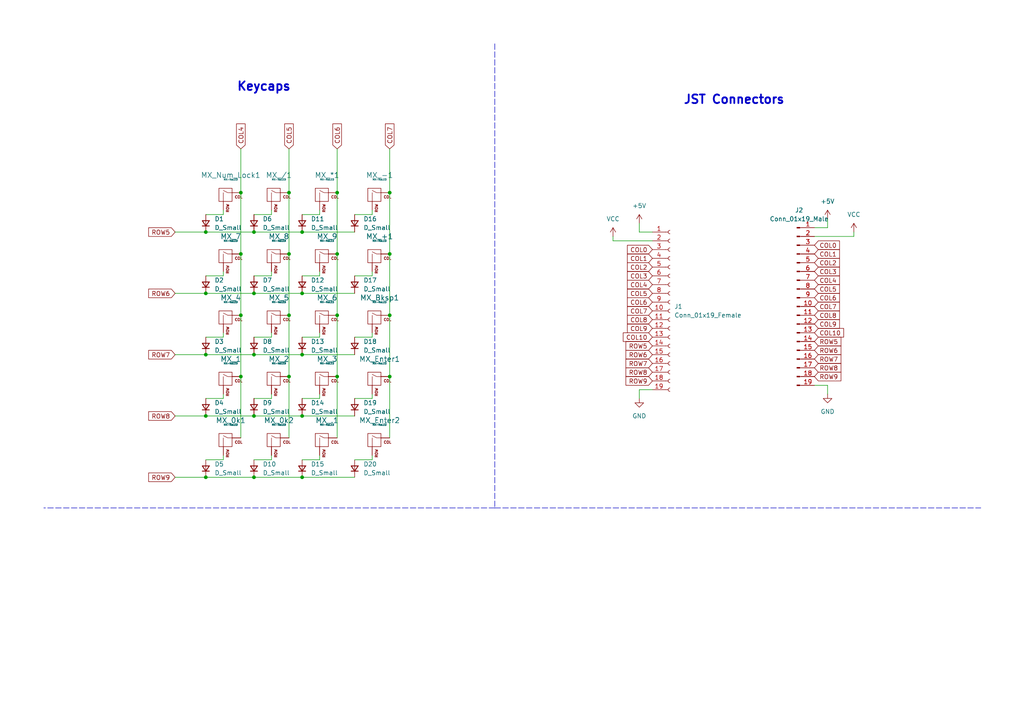
<source format=kicad_sch>
(kicad_sch (version 20211123) (generator eeschema)
  (paper "A4")
  (lib_symbols
    (symbol "Connector:Conn_01x19_Female" (pin_names (offset 1.016) hide)
      (property "Reference" "J" (at 0 25.4 0))
      (property "Value" "Conn_01x19_Female" (at 0 -25.4 0))
      (symbol "Conn_01x19_Female_1_1"
        (arc (start 0 -22.352) (mid -0.508 -22.86) (end 0 -23.368) (stroke (width 0.1524)))
        (arc (start 0 -19.812) (mid -0.508 -20.32) (end 0 -20.828) (stroke (width 0.1524)))
        (arc (start 0 -17.272) (mid -0.508 -17.78) (end 0 -18.288) (stroke (width 0.1524)))
        (arc (start 0 -14.732) (mid -0.508 -15.24) (end 0 -15.748) (stroke (width 0.1524)))
        (arc (start 0 -12.192) (mid -0.508 -12.7) (end 0 -13.208) (stroke (width 0.1524)))
        (arc (start 0 -9.652) (mid -0.508 -10.16) (end 0 -10.668) (stroke (width 0.1524)))
        (arc (start 0 -7.112) (mid -0.508 -7.62) (end 0 -8.128) (stroke (width 0.1524)))
        (arc (start 0 -4.572) (mid -0.508 -5.08) (end 0 -5.588) (stroke (width 0.1524)))
        (arc (start 0 -2.032) (mid -0.508 -2.54) (end 0 -3.048) (stroke (width 0.1524)))
        (polyline (pts (xy -1.27 -22.86) (xy -0.508 -22.86)) (stroke (width 0.1524)))
        (polyline (pts (xy -1.27 -20.32) (xy -0.508 -20.32)) (stroke (width 0.1524)))
        (polyline (pts (xy -1.27 -17.78) (xy -0.508 -17.78)) (stroke (width 0.1524)))
        (polyline (pts (xy -1.27 -15.24) (xy -0.508 -15.24)) (stroke (width 0.1524)))
        (polyline (pts (xy -1.27 -12.7) (xy -0.508 -12.7)) (stroke (width 0.1524)))
        (polyline (pts (xy -1.27 -10.16) (xy -0.508 -10.16)) (stroke (width 0.1524)))
        (polyline (pts (xy -1.27 -7.62) (xy -0.508 -7.62)) (stroke (width 0.1524)))
        (polyline (pts (xy -1.27 -5.08) (xy -0.508 -5.08)) (stroke (width 0.1524)))
        (polyline (pts (xy -1.27 -2.54) (xy -0.508 -2.54)) (stroke (width 0.1524)))
        (polyline (pts (xy -1.27 0) (xy -0.508 0)) (stroke (width 0.1524)))
        (polyline (pts (xy -1.27 2.54) (xy -0.508 2.54)) (stroke (width 0.1524)))
        (polyline (pts (xy -1.27 5.08) (xy -0.508 5.08)) (stroke (width 0.1524)))
        (polyline (pts (xy -1.27 7.62) (xy -0.508 7.62)) (stroke (width 0.1524)))
        (polyline (pts (xy -1.27 10.16) (xy -0.508 10.16)) (stroke (width 0.1524)))
        (polyline (pts (xy -1.27 12.7) (xy -0.508 12.7)) (stroke (width 0.1524)))
        (polyline (pts (xy -1.27 15.24) (xy -0.508 15.24)) (stroke (width 0.1524)))
        (polyline (pts (xy -1.27 17.78) (xy -0.508 17.78)) (stroke (width 0.1524)))
        (polyline (pts (xy -1.27 20.32) (xy -0.508 20.32)) (stroke (width 0.1524)))
        (polyline (pts (xy -1.27 22.86) (xy -0.508 22.86)) (stroke (width 0.1524)))
        (arc (start 0 0.508) (mid -0.508 0) (end 0 -0.508) (stroke (width 0.1524)))
        (arc (start 0 3.048) (mid -0.508 2.54) (end 0 2.032) (stroke (width 0.1524)))
        (arc (start 0 5.588) (mid -0.508 5.08) (end 0 4.572) (stroke (width 0.1524)))
        (arc (start 0 8.128) (mid -0.508 7.62) (end 0 7.112) (stroke (width 0.1524)))
        (arc (start 0 10.668) (mid -0.508 10.16) (end 0 9.652) (stroke (width 0.1524)))
        (arc (start 0 13.208) (mid -0.508 12.7) (end 0 12.192) (stroke (width 0.1524)))
        (arc (start 0 15.748) (mid -0.508 15.24) (end 0 14.732) (stroke (width 0.1524)))
        (arc (start 0 18.288) (mid -0.508 17.78) (end 0 17.272) (stroke (width 0.1524)))
        (arc (start 0 20.828) (mid -0.508 20.32) (end 0 19.812) (stroke (width 0.1524)))
        (arc (start 0 23.368) (mid -0.508 22.86) (end 0 22.352) (stroke (width 0.1524)))
        (pin passive line (at -5.08 22.86 0) (length 3.81) (name "Pin_1") (number "1"))
        (pin passive line (at -5.08 0 0) (length 3.81) (name "Pin_10") (number "10"))
        (pin passive line (at -5.08 -2.54 0) (length 3.81) (name "Pin_11") (number "11"))
        (pin passive line (at -5.08 -5.08 0) (length 3.81) (name "Pin_12") (number "12"))
        (pin passive line (at -5.08 -7.62 0) (length 3.81) (name "Pin_13") (number "13"))
        (pin passive line (at -5.08 -10.16 0) (length 3.81) (name "Pin_14") (number "14"))
        (pin passive line (at -5.08 -12.7 0) (length 3.81) (name "Pin_15") (number "15"))
        (pin passive line (at -5.08 -15.24 0) (length 3.81) (name "Pin_16") (number "16"))
        (pin passive line (at -5.08 -17.78 0) (length 3.81) (name "Pin_17") (number "17"))
        (pin passive line (at -5.08 -20.32 0) (length 3.81) (name "Pin_18") (number "18"))
        (pin passive line (at -5.08 -22.86 0) (length 3.81) (name "Pin_19") (number "19"))
        (pin passive line (at -5.08 20.32 0) (length 3.81) (name "Pin_2") (number "2"))
        (pin passive line (at -5.08 17.78 0) (length 3.81) (name "Pin_3") (number "3"))
        (pin passive line (at -5.08 15.24 0) (length 3.81) (name "Pin_4") (number "4"))
        (pin passive line (at -5.08 12.7 0) (length 3.81) (name "Pin_5") (number "5"))
        (pin passive line (at -5.08 10.16 0) (length 3.81) (name "Pin_6") (number "6"))
        (pin passive line (at -5.08 7.62 0) (length 3.81) (name "Pin_7") (number "7"))
        (pin passive line (at -5.08 5.08 0) (length 3.81) (name "Pin_8") (number "8"))
        (pin passive line (at -5.08 2.54 0) (length 3.81) (name "Pin_9") (number "9"))
      )
    )
    (symbol "Connector:Conn_01x19_Male" (pin_names (offset 1.016) hide)
      (property "Reference" "J" (at 0 25.4 0))
      (property "Value" "Conn_01x19_Male" (at 0 -25.4 0))
      (symbol "Conn_01x19_Male_1_1"
        (polyline (pts (xy 1.27 -22.86) (xy 0.8636 -22.86)) (stroke (width 0.1524)))
        (polyline (pts (xy 1.27 -20.32) (xy 0.8636 -20.32)) (stroke (width 0.1524)))
        (polyline (pts (xy 1.27 -17.78) (xy 0.8636 -17.78)) (stroke (width 0.1524)))
        (polyline (pts (xy 1.27 -15.24) (xy 0.8636 -15.24)) (stroke (width 0.1524)))
        (polyline (pts (xy 1.27 -12.7) (xy 0.8636 -12.7)) (stroke (width 0.1524)))
        (polyline (pts (xy 1.27 -10.16) (xy 0.8636 -10.16)) (stroke (width 0.1524)))
        (polyline (pts (xy 1.27 -7.62) (xy 0.8636 -7.62)) (stroke (width 0.1524)))
        (polyline (pts (xy 1.27 -5.08) (xy 0.8636 -5.08)) (stroke (width 0.1524)))
        (polyline (pts (xy 1.27 -2.54) (xy 0.8636 -2.54)) (stroke (width 0.1524)))
        (polyline (pts (xy 1.27 0) (xy 0.8636 0)) (stroke (width 0.1524)))
        (polyline (pts (xy 1.27 2.54) (xy 0.8636 2.54)) (stroke (width 0.1524)))
        (polyline (pts (xy 1.27 5.08) (xy 0.8636 5.08)) (stroke (width 0.1524)))
        (polyline (pts (xy 1.27 7.62) (xy 0.8636 7.62)) (stroke (width 0.1524)))
        (polyline (pts (xy 1.27 10.16) (xy 0.8636 10.16)) (stroke (width 0.1524)))
        (polyline (pts (xy 1.27 12.7) (xy 0.8636 12.7)) (stroke (width 0.1524)))
        (polyline (pts (xy 1.27 15.24) (xy 0.8636 15.24)) (stroke (width 0.1524)))
        (polyline (pts (xy 1.27 17.78) (xy 0.8636 17.78)) (stroke (width 0.1524)))
        (polyline (pts (xy 1.27 20.32) (xy 0.8636 20.32)) (stroke (width 0.1524)))
        (polyline (pts (xy 1.27 22.86) (xy 0.8636 22.86)) (stroke (width 0.1524)))
        (rectangle (start 0.8636 -22.733) (end 0 -22.987) (stroke (width 0.1524)) (fill (type outline)))
        (rectangle (start 0.8636 -20.193) (end 0 -20.447) (stroke (width 0.1524)) (fill (type outline)))
        (rectangle (start 0.8636 -17.653) (end 0 -17.907) (stroke (width 0.1524)) (fill (type outline)))
        (rectangle (start 0.8636 -15.113) (end 0 -15.367) (stroke (width 0.1524)) (fill (type outline)))
        (rectangle (start 0.8636 -12.573) (end 0 -12.827) (stroke (width 0.1524)) (fill (type outline)))
        (rectangle (start 0.8636 -10.033) (end 0 -10.287) (stroke (width 0.1524)) (fill (type outline)))
        (rectangle (start 0.8636 -7.493) (end 0 -7.747) (stroke (width 0.1524)) (fill (type outline)))
        (rectangle (start 0.8636 -4.953) (end 0 -5.207) (stroke (width 0.1524)) (fill (type outline)))
        (rectangle (start 0.8636 -2.413) (end 0 -2.667) (stroke (width 0.1524)) (fill (type outline)))
        (rectangle (start 0.8636 0.127) (end 0 -0.127) (stroke (width 0.1524)) (fill (type outline)))
        (rectangle (start 0.8636 2.667) (end 0 2.413) (stroke (width 0.1524)) (fill (type outline)))
        (rectangle (start 0.8636 5.207) (end 0 4.953) (stroke (width 0.1524)) (fill (type outline)))
        (rectangle (start 0.8636 7.747) (end 0 7.493) (stroke (width 0.1524)) (fill (type outline)))
        (rectangle (start 0.8636 10.287) (end 0 10.033) (stroke (width 0.1524)) (fill (type outline)))
        (rectangle (start 0.8636 12.827) (end 0 12.573) (stroke (width 0.1524)) (fill (type outline)))
        (rectangle (start 0.8636 15.367) (end 0 15.113) (stroke (width 0.1524)) (fill (type outline)))
        (rectangle (start 0.8636 17.907) (end 0 17.653) (stroke (width 0.1524)) (fill (type outline)))
        (rectangle (start 0.8636 20.447) (end 0 20.193) (stroke (width 0.1524)) (fill (type outline)))
        (rectangle (start 0.8636 22.987) (end 0 22.733) (stroke (width 0.1524)) (fill (type outline)))
        (pin passive line (at 5.08 22.86 180) (length 3.81) (name "Pin_1") (number "1"))
        (pin passive line (at 5.08 0 180) (length 3.81) (name "Pin_10") (number "10"))
        (pin passive line (at 5.08 -2.54 180) (length 3.81) (name "Pin_11") (number "11"))
        (pin passive line (at 5.08 -5.08 180) (length 3.81) (name "Pin_12") (number "12"))
        (pin passive line (at 5.08 -7.62 180) (length 3.81) (name "Pin_13") (number "13"))
        (pin passive line (at 5.08 -10.16 180) (length 3.81) (name "Pin_14") (number "14"))
        (pin passive line (at 5.08 -12.7 180) (length 3.81) (name "Pin_15") (number "15"))
        (pin passive line (at 5.08 -15.24 180) (length 3.81) (name "Pin_16") (number "16"))
        (pin passive line (at 5.08 -17.78 180) (length 3.81) (name "Pin_17") (number "17"))
        (pin passive line (at 5.08 -20.32 180) (length 3.81) (name "Pin_18") (number "18"))
        (pin passive line (at 5.08 -22.86 180) (length 3.81) (name "Pin_19") (number "19"))
        (pin passive line (at 5.08 20.32 180) (length 3.81) (name "Pin_2") (number "2"))
        (pin passive line (at 5.08 17.78 180) (length 3.81) (name "Pin_3") (number "3"))
        (pin passive line (at 5.08 15.24 180) (length 3.81) (name "Pin_4") (number "4"))
        (pin passive line (at 5.08 12.7 180) (length 3.81) (name "Pin_5") (number "5"))
        (pin passive line (at 5.08 10.16 180) (length 3.81) (name "Pin_6") (number "6"))
        (pin passive line (at 5.08 7.62 180) (length 3.81) (name "Pin_7") (number "7"))
        (pin passive line (at 5.08 5.08 180) (length 3.81) (name "Pin_8") (number "8"))
        (pin passive line (at 5.08 2.54 180) (length 3.81) (name "Pin_9") (number "9"))
      )
    )
    (symbol "Device:D_Small" (pin_numbers hide) (pin_names (offset 0.254) hide)
      (property "Reference" "D" (at -1.27 2.032 0))
      (property "Value" "D_Small" (at -3.81 -2.032 0))
      (symbol "D_Small_0_1"
        (polyline (pts (xy -0.762 -1.016) (xy -0.762 1.016)) (stroke (width 0.254)))
        (polyline (pts (xy -0.762 0) (xy 0.762 0)))
        (polyline (pts (xy 0.762 -1.016) (xy -0.762 0) (xy 0.762 1.016) (xy 0.762 -1.016)) (stroke (width 0.254)))
      )
      (symbol "D_Small_1_1"
        (pin passive line (at -2.54 0 0) (length 1.778) (name "K") (number "1"))
        (pin passive line (at 2.54 0 180) (length 1.778) (name "A") (number "2"))
      )
    )
    (symbol "MX_Alps_Hybrid:MX-NoLED" (pin_names (offset 1.016))
      (property "Reference" "MX" (at -0.635 3.81 0))
      (property "Value" "MX-NoLED" (at -0.635 1.27 0))
      (symbol "MX-NoLED_0_0"
        (rectangle (start -2.54 2.54) (end 1.27 -1.27))
        (polyline (pts (xy -1.27 -1.27) (xy -1.27 1.27)) (stroke (width 0.127)))
        (polyline (pts (xy 1.27 1.27) (xy 0 1.27) (xy -1.27 1.905)) (stroke (width 0.127)))
        (text "COL" (at 3.175 0 0) (effects (font (size 0.762 0.762))))
        (text "ROW" (at 0 -1.905 900) (effects (font (size 0.762 0.762)) (justify right)))
      )
      (symbol "MX-NoLED_1_1"
        (pin passive line (at 3.81 1.27 180) (length 2.54) (name "COL") (number "1"))
        (pin passive line (at -1.27 -3.81 90) (length 2.54) (name "ROW") (number "2"))
      )
    )
    (symbol "power:+5V" (power) (pin_names (offset 0))
      (property "Value" "+5V" (at 0 3.556 0))
      (symbol "+5V_0_1"
        (polyline (pts (xy -0.762 1.27) (xy 0 2.54)))
        (polyline (pts (xy 0 0) (xy 0 2.54)))
        (polyline (pts (xy 0 2.54) (xy 0.762 1.27)))
      )
      (symbol "+5V_1_1"
        (pin power_in line (at 0 0 90) (length 0) hide (name "+5V") (number "1"))
      )
    )
    (symbol "power:GND" (power) (pin_names (offset 0))
      (property "Value" "GND" (at 0 -3.81 0))
      (symbol "GND_0_1"
        (polyline (pts (xy 0 0) (xy 0 -1.27) (xy 1.27 -1.27) (xy 0 -2.54) (xy -1.27 -1.27) (xy 0 -1.27)))
      )
      (symbol "GND_1_1"
        (pin power_in line (at 0 0 270) (length 0) hide (name "GND") (number "1"))
      )
    )
    (symbol "power:VCC" (power) (pin_names (offset 0))
      (property "Value" "VCC" (at 0 3.81 0))
      (symbol "VCC_0_1"
        (polyline (pts (xy -0.762 1.27) (xy 0 2.54)))
        (polyline (pts (xy 0 0) (xy 0 2.54)))
        (polyline (pts (xy 0 2.54) (xy 0.762 1.27)))
      )
      (symbol "VCC_1_1"
        (pin power_in line (at 0 0 90) (length 0) hide (name "VCC") (number "1"))
      )
    )
  )
  (junction (at 59.69 120.65))
  (junction (at 113.03 55.88))
  (junction (at 83.82 55.88))
  (junction (at 87.63 67.31))
  (junction (at 97.79 91.44))
  (junction (at 59.69 102.87))
  (junction (at 69.85 109.22))
  (junction (at 97.79 73.66))
  (junction (at 59.69 85.09))
  (junction (at 87.63 138.43))
  (junction (at 113.03 73.66))
  (junction (at 59.69 67.31))
  (junction (at 69.85 73.66))
  (junction (at 83.82 109.22))
  (junction (at 59.69 138.43))
  (junction (at 97.79 109.22))
  (junction (at 73.66 102.87))
  (junction (at 87.63 85.09))
  (junction (at 113.03 91.44))
  (junction (at 69.85 91.44))
  (junction (at 83.82 73.66))
  (junction (at 87.63 102.87))
  (junction (at 97.79 55.88))
  (junction (at 83.82 91.44))
  (junction (at 87.63 120.65))
  (junction (at 69.85 55.88))
  (junction (at 73.66 85.09))
  (junction (at 73.66 67.31))
  (junction (at 113.03 109.22))
  (junction (at 73.66 138.43))
  (junction (at 73.66 120.65))
  (wire (pts (xy 92.71 133.35) (xy 92.71 132.08)))
  (wire (pts (xy 59.69 133.35) (xy 64.77 133.35)))
  (wire (pts (xy 69.85 109.22) (xy 69.85 127)))
  (wire (pts (xy 113.03 55.88) (xy 113.03 73.66)))
  (polyline (pts (xy 143.51 147.32) (xy 12.7 147.32)))
  (wire (pts (xy 78.74 97.79) (xy 78.74 96.52)))
  (wire (pts (xy 59.69 138.43) (xy 73.66 138.43)))
  (wire (pts (xy 185.42 67.31) (xy 185.42 64.77)))
  (wire (pts (xy 107.95 97.79) (xy 107.95 96.52)))
  (wire (pts (xy 83.82 43.18) (xy 83.82 55.88)))
  (wire (pts (xy 69.85 55.88) (xy 69.85 73.66)))
  (wire (pts (xy 102.87 115.57) (xy 107.95 115.57)))
  (wire (pts (xy 97.79 109.22) (xy 97.79 127)))
  (wire (pts (xy 69.85 73.66) (xy 69.85 91.44)))
  (wire (pts (xy 107.95 80.01) (xy 107.95 78.74)))
  (wire (pts (xy 83.82 91.44) (xy 83.82 109.22)))
  (wire (pts (xy 113.03 91.44) (xy 113.03 109.22)))
  (wire (pts (xy 64.77 62.23) (xy 64.77 60.96)))
  (wire (pts (xy 73.66 80.01) (xy 78.74 80.01)))
  (wire (pts (xy 78.74 133.35) (xy 78.74 132.08)))
  (wire (pts (xy 177.8 69.85) (xy 177.8 68.58)))
  (wire (pts (xy 97.79 73.66) (xy 97.79 91.44)))
  (wire (pts (xy 102.87 62.23) (xy 107.95 62.23)))
  (wire (pts (xy 113.03 43.18) (xy 113.03 55.88)))
  (wire (pts (xy 113.03 109.22) (xy 113.03 127)))
  (wire (pts (xy 69.85 43.18) (xy 69.85 55.88)))
  (wire (pts (xy 240.03 111.76) (xy 240.03 114.3)))
  (wire (pts (xy 247.65 68.58) (xy 247.65 67.31)))
  (wire (pts (xy 92.71 62.23) (xy 92.71 60.96)))
  (wire (pts (xy 189.23 69.85) (xy 177.8 69.85)))
  (wire (pts (xy 87.63 80.01) (xy 92.71 80.01)))
  (polyline (pts (xy 143.51 147.32) (xy 284.48 147.32)))
  (wire (pts (xy 78.74 80.01) (xy 78.74 78.74)))
  (wire (pts (xy 87.63 67.31) (xy 102.87 67.31)))
  (wire (pts (xy 107.95 115.57) (xy 107.95 114.3)))
  (wire (pts (xy 87.63 62.23) (xy 92.71 62.23)))
  (wire (pts (xy 50.8 120.65) (xy 59.69 120.65)))
  (wire (pts (xy 83.82 73.66) (xy 83.82 91.44)))
  (wire (pts (xy 59.69 120.65) (xy 73.66 120.65)))
  (wire (pts (xy 59.69 67.31) (xy 73.66 67.31)))
  (wire (pts (xy 236.22 68.58) (xy 247.65 68.58)))
  (wire (pts (xy 50.8 67.31) (xy 59.69 67.31)))
  (wire (pts (xy 92.71 80.01) (xy 92.71 78.74)))
  (wire (pts (xy 87.63 133.35) (xy 92.71 133.35)))
  (wire (pts (xy 240.03 66.04) (xy 240.03 63.5)))
  (wire (pts (xy 73.66 120.65) (xy 87.63 120.65)))
  (wire (pts (xy 189.23 67.31) (xy 185.42 67.31)))
  (wire (pts (xy 102.87 80.01) (xy 107.95 80.01)))
  (wire (pts (xy 87.63 97.79) (xy 92.71 97.79)))
  (wire (pts (xy 87.63 85.09) (xy 102.87 85.09)))
  (wire (pts (xy 102.87 133.35) (xy 107.95 133.35)))
  (wire (pts (xy 50.8 85.09) (xy 59.69 85.09)))
  (wire (pts (xy 73.66 138.43) (xy 87.63 138.43)))
  (wire (pts (xy 87.63 115.57) (xy 92.71 115.57)))
  (wire (pts (xy 83.82 109.22) (xy 83.82 127)))
  (wire (pts (xy 83.82 55.88) (xy 83.82 73.66)))
  (wire (pts (xy 73.66 97.79) (xy 78.74 97.79)))
  (wire (pts (xy 73.66 67.31) (xy 87.63 67.31)))
  (wire (pts (xy 236.22 111.76) (xy 240.03 111.76)))
  (wire (pts (xy 87.63 120.65) (xy 102.87 120.65)))
  (wire (pts (xy 113.03 73.66) (xy 113.03 91.44)))
  (wire (pts (xy 97.79 91.44) (xy 97.79 109.22)))
  (wire (pts (xy 97.79 55.88) (xy 97.79 73.66)))
  (wire (pts (xy 59.69 102.87) (xy 73.66 102.87)))
  (wire (pts (xy 189.23 113.03) (xy 185.42 113.03)))
  (wire (pts (xy 78.74 115.57) (xy 78.74 114.3)))
  (wire (pts (xy 64.77 97.79) (xy 64.77 96.52)))
  (wire (pts (xy 185.42 113.03) (xy 185.42 115.57)))
  (wire (pts (xy 73.66 102.87) (xy 87.63 102.87)))
  (wire (pts (xy 107.95 133.35) (xy 107.95 132.08)))
  (wire (pts (xy 236.22 66.04) (xy 240.03 66.04)))
  (wire (pts (xy 87.63 138.43) (xy 102.87 138.43)))
  (wire (pts (xy 73.66 115.57) (xy 78.74 115.57)))
  (wire (pts (xy 59.69 62.23) (xy 64.77 62.23)))
  (wire (pts (xy 92.71 115.57) (xy 92.71 114.3)))
  (wire (pts (xy 102.87 97.79) (xy 107.95 97.79)))
  (wire (pts (xy 59.69 85.09) (xy 73.66 85.09)))
  (polyline (pts (xy 143.51 12.7) (xy 143.51 147.32)))
  (wire (pts (xy 87.63 102.87) (xy 102.87 102.87)))
  (wire (pts (xy 50.8 138.43) (xy 59.69 138.43)))
  (wire (pts (xy 64.77 115.57) (xy 64.77 114.3)))
  (wire (pts (xy 73.66 85.09) (xy 87.63 85.09)))
  (wire (pts (xy 78.74 62.23) (xy 78.74 60.96)))
  (wire (pts (xy 50.8 102.87) (xy 59.69 102.87)))
  (wire (pts (xy 107.95 62.23) (xy 107.95 60.96)))
  (wire (pts (xy 64.77 80.01) (xy 64.77 78.74)))
  (wire (pts (xy 59.69 80.01) (xy 64.77 80.01)))
  (wire (pts (xy 69.85 91.44) (xy 69.85 109.22)))
  (wire (pts (xy 59.69 97.79) (xy 64.77 97.79)))
  (wire (pts (xy 92.71 97.79) (xy 92.71 96.52)))
  (wire (pts (xy 97.79 43.18) (xy 97.79 55.88)))
  (wire (pts (xy 64.77 133.35) (xy 64.77 132.08)))
  (wire (pts (xy 59.69 115.57) (xy 64.77 115.57)))
  (wire (pts (xy 73.66 133.35) (xy 78.74 133.35)))
  (wire (pts (xy 73.66 62.23) (xy 78.74 62.23)))
  (text "Keycaps" (at 68.58 26.67 0) (effects (font (size 2.5 2.5) (thickness 0.5) bold) (justify left bottom)))
  (text "JST Connectors" (at 198.12 30.48 0) (effects (font (size 2.5 2.5) bold) (justify left bottom)))
  (global_label "COL8" (shape input) (at 189.23 92.71 180) (property "Intersheet References" "${INTERSHEET_REFS}" (effects hide)))
  (global_label "COL10" (shape input) (at 189.23 97.79 180) (property "Intersheet References" "${INTERSHEET_REFS}" (effects hide)))
  (global_label "ROW6" (shape input) (at 236.22 101.6 0) (property "Intersheet References" "${INTERSHEET_REFS}" (effects hide)))
  (global_label "ROW9" (shape input) (at 50.8 138.43 180) (property "Intersheet References" "${INTERSHEET_REFS}" (effects hide)))
  (global_label "COL0" (shape input) (at 189.23 72.39 180) (property "Intersheet References" "${INTERSHEET_REFS}" (effects hide)))
  (global_label "ROW7" (shape input) (at 189.23 105.41 180) (property "Intersheet References" "${INTERSHEET_REFS}" (effects hide)))
  (global_label "COL9" (shape input) (at 189.23 95.25 180) (property "Intersheet References" "${INTERSHEET_REFS}" (effects hide)))
  (global_label "COL5" (shape input) (at 83.82 43.18 90) (property "Intersheet References" "${INTERSHEET_REFS}" (effects hide)))
  (global_label "ROW5" (shape input) (at 50.8 67.31 180) (property "Intersheet References" "${INTERSHEET_REFS}" (effects hide)))
  (global_label "ROW7" (shape input) (at 236.22 104.14 0) (property "Intersheet References" "${INTERSHEET_REFS}" (effects hide)))
  (global_label "COL9" (shape input) (at 236.22 93.98 0) (property "Intersheet References" "${INTERSHEET_REFS}" (effects hide)))
  (global_label "COL1" (shape input) (at 189.23 74.93 180) (property "Intersheet References" "${INTERSHEET_REFS}" (effects hide)))
  (global_label "ROW8" (shape input) (at 189.23 107.95 180) (property "Intersheet References" "${INTERSHEET_REFS}" (effects hide)))
  (global_label "COL5" (shape input) (at 189.23 85.09 180) (property "Intersheet References" "${INTERSHEET_REFS}" (effects hide)))
  (global_label "COL0" (shape input) (at 236.22 71.12 0) (property "Intersheet References" "${INTERSHEET_REFS}" (effects hide)))
  (global_label "ROW9" (shape input) (at 189.23 110.49 180) (property "Intersheet References" "${INTERSHEET_REFS}" (effects hide)))
  (global_label "COL3" (shape input) (at 189.23 80.01 180) (property "Intersheet References" "${INTERSHEET_REFS}" (effects hide)))
  (global_label "ROW8" (shape input) (at 50.8 120.65 180) (property "Intersheet References" "${INTERSHEET_REFS}" (effects hide)))
  (global_label "COL6" (shape input) (at 236.22 86.36 0) (property "Intersheet References" "${INTERSHEET_REFS}" (effects hide)))
  (global_label "COL4" (shape input) (at 236.22 81.28 0) (property "Intersheet References" "${INTERSHEET_REFS}" (effects hide)))
  (global_label "COL4" (shape input) (at 189.23 82.55 180) (property "Intersheet References" "${INTERSHEET_REFS}" (effects hide)))
  (global_label "COL7" (shape input) (at 113.03 43.18 90) (property "Intersheet References" "${INTERSHEET_REFS}" (effects hide)))
  (global_label "ROW6" (shape input) (at 189.23 102.87 180) (property "Intersheet References" "${INTERSHEET_REFS}" (effects hide)))
  (global_label "ROW9" (shape input) (at 236.22 109.22 0) (property "Intersheet References" "${INTERSHEET_REFS}" (effects hide)))
  (global_label "ROW8" (shape input) (at 236.22 106.68 0) (property "Intersheet References" "${INTERSHEET_REFS}" (effects hide)))
  (global_label "COL3" (shape input) (at 236.22 78.74 0) (property "Intersheet References" "${INTERSHEET_REFS}" (effects hide)))
  (global_label "COL8" (shape input) (at 236.22 91.44 0) (property "Intersheet References" "${INTERSHEET_REFS}" (effects hide)))
  (global_label "COL2" (shape input) (at 189.23 77.47 180) (property "Intersheet References" "${INTERSHEET_REFS}" (effects hide)))
  (global_label "COL2" (shape input) (at 236.22 76.2 0) (property "Intersheet References" "${INTERSHEET_REFS}" (effects hide)))
  (global_label "COL4" (shape input) (at 69.85 43.18 90) (property "Intersheet References" "${INTERSHEET_REFS}" (effects hide)))
  (global_label "COL6" (shape input) (at 189.23 87.63 180) (property "Intersheet References" "${INTERSHEET_REFS}" (effects hide)))
  (global_label "COL10" (shape input) (at 236.22 96.52 0) (property "Intersheet References" "${INTERSHEET_REFS}" (effects hide)))
  (global_label "COL6" (shape input) (at 97.79 43.18 90) (property "Intersheet References" "${INTERSHEET_REFS}" (effects hide)))
  (global_label "ROW7" (shape input) (at 50.8 102.87 180) (property "Intersheet References" "${INTERSHEET_REFS}" (effects hide)))
  (global_label "ROW5" (shape input) (at 189.23 100.33 180) (property "Intersheet References" "${INTERSHEET_REFS}" (effects hide)))
  (global_label "COL7" (shape input) (at 236.22 88.9 0) (property "Intersheet References" "${INTERSHEET_REFS}" (effects hide)))
  (global_label "ROW5" (shape input) (at 236.22 99.06 0) (property "Intersheet References" "${INTERSHEET_REFS}" (effects hide)))
  (global_label "COL5" (shape input) (at 236.22 83.82 0) (property "Intersheet References" "${INTERSHEET_REFS}" (effects hide)))
  (global_label "COL1" (shape input) (at 236.22 73.66 0) (property "Intersheet References" "${INTERSHEET_REFS}" (effects hide)))
  (global_label "COL7" (shape input) (at 189.23 90.17 180) (property "Intersheet References" "${INTERSHEET_REFS}" (effects hide)))
  (global_label "ROW6" (shape input) (at 50.8 85.09 180) (property "Intersheet References" "${INTERSHEET_REFS}" (effects hide)))
  (symbol (lib_id "power:GND") (at 185.42 115.57 0) (unit 1)
    (property "Reference" "#PWR0101" (effects hide))
    (property "Value" "GND" (at 185.42 120.65 0))
  )
  (symbol (lib_id "Device:D_Small") (at 87.63 100.33 90) (unit 1)
    (property "Reference" "D13" (at 90.17 99.0599 90) (effects (justify right)))
    (property "Value" "D_Small" (at 90.17 101.5999 90) (effects (justify right)))
    (property "Footprint" "Diode_SMD:D_SOD-123" (effects hide))
  )
  (symbol (lib_id "Device:D_Small") (at 102.87 135.89 90) (unit 1)
    (property "Reference" "D20" (at 105.41 134.6199 90) (effects (justify right)))
    (property "Value" "D_Small" (at 105.41 137.1599 90) (effects (justify right)))
    (property "Footprint" "Diode_SMD:D_SOD-123" (effects hide))
  )
  (symbol (lib_id "power:+5V") (at 240.03 63.5 0) (mirror y) (unit 1)
    (property "Reference" "#PWR0105" (effects hide))
    (property "Value" "+5V" (at 240.03 58.42 0))
  )
  (symbol (lib_id "MX_Alps_Hybrid:MX-NoLED") (at 93.98 110.49 0) (unit 1)
    (property "Reference" "MX_3" (at 94.8656 104.14 0) (effects (font (size 1.524 1.524))))
    (property "Value" "MX-NoLED" (at 94.8656 105.41 0) (effects (font (size 0.508 0.508))))
    (property "Footprint" "MX_Alps_Hybrid:MX-1U-NoLED" (effects hide))
  )
  (symbol (lib_id "MX_Alps_Hybrid:MX-NoLED") (at 80.01 128.27 0) (unit 1)
    (property "Reference" "MX_0k2" (at 80.8956 121.92 0) (effects (font (size 1.524 1.524))))
    (property "Value" "MX-NoLED" (at 80.8956 123.19 0) (effects (font (size 0.508 0.508))))
    (property "Footprint" "MX_Alps_Hybrid:MX-1U-NoLED" (effects hide))
  )
  (symbol (lib_id "Device:D_Small") (at 102.87 118.11 90) (unit 1)
    (property "Reference" "D19" (at 105.41 116.8399 90) (effects (justify right)))
    (property "Value" "D_Small" (at 105.41 119.3799 90) (effects (justify right)))
    (property "Footprint" "Diode_SMD:D_SOD-123" (effects hide))
  )
  (symbol (lib_id "Device:D_Small") (at 73.66 82.55 90) (unit 1)
    (property "Reference" "D7" (at 76.2 81.2799 90) (effects (justify right)))
    (property "Value" "D_Small" (at 76.2 83.8199 90) (effects (justify right)))
    (property "Footprint" "Diode_SMD:D_SOD-123" (effects hide))
  )
  (symbol (lib_id "MX_Alps_Hybrid:MX-NoLED") (at 93.98 74.93 0) (unit 1)
    (property "Reference" "MX_9" (at 94.8656 68.58 0) (effects (font (size 1.524 1.524))))
    (property "Value" "MX-NoLED" (at 94.8656 69.85 0) (effects (font (size 0.508 0.508))))
    (property "Footprint" "MX_Alps_Hybrid:MX-1U-NoLED" (effects hide))
  )
  (symbol (lib_id "MX_Alps_Hybrid:MX-NoLED") (at 93.98 92.71 0) (unit 1)
    (property "Reference" "MX_6" (at 94.8656 86.36 0) (effects (font (size 1.524 1.524))))
    (property "Value" "MX-NoLED" (at 94.8656 87.63 0) (effects (font (size 0.508 0.508))))
    (property "Footprint" "MX_Alps_Hybrid:MX-1U-NoLED" (effects hide))
  )
  (symbol (lib_id "Device:D_Small") (at 87.63 82.55 90) (unit 1)
    (property "Reference" "D12" (at 90.17 81.2799 90) (effects (justify right)))
    (property "Value" "D_Small" (at 90.17 83.8199 90) (effects (justify right)))
    (property "Footprint" "Diode_SMD:D_SOD-123" (effects hide))
  )
  (symbol (lib_id "MX_Alps_Hybrid:MX-NoLED") (at 109.22 128.27 0) (unit 1)
    (property "Reference" "MX_Enter2" (at 110.1056 121.92 0) (effects (font (size 1.524 1.524))))
    (property "Value" "MX-NoLED" (at 110.1056 123.19 0) (effects (font (size 0.508 0.508))))
    (property "Footprint" "MX_Alps_Hybrid:MX-1U-NoLED" (effects hide))
  )
  (symbol (lib_id "Device:D_Small") (at 73.66 135.89 90) (unit 1)
    (property "Reference" "D10" (at 76.2 134.6199 90) (effects (justify right)))
    (property "Value" "D_Small" (at 76.2 137.1599 90) (effects (justify right)))
    (property "Footprint" "Diode_SMD:D_SOD-123" (effects hide))
  )
  (symbol (lib_id "Device:D_Small") (at 73.66 100.33 90) (unit 1)
    (property "Reference" "D8" (at 76.2 99.0599 90) (effects (justify right)))
    (property "Value" "D_Small" (at 76.2 101.5999 90) (effects (justify right)))
    (property "Footprint" "Diode_SMD:D_SOD-123" (effects hide))
  )
  (symbol (lib_id "Device:D_Small") (at 73.66 64.77 90) (unit 1)
    (property "Reference" "D6" (at 76.2 63.4999 90) (effects (justify right)))
    (property "Value" "D_Small" (at 76.2 66.0399 90) (effects (justify right)))
    (property "Footprint" "Diode_SMD:D_SOD-123" (effects hide))
  )
  (symbol (lib_id "MX_Alps_Hybrid:MX-NoLED") (at 80.01 110.49 0) (unit 1)
    (property "Reference" "MX_2" (at 80.8956 104.14 0) (effects (font (size 1.524 1.524))))
    (property "Value" "MX-NoLED" (at 80.8956 105.41 0) (effects (font (size 0.508 0.508))))
    (property "Footprint" "MX_Alps_Hybrid:MX-1U-NoLED" (effects hide))
  )
  (symbol (lib_id "Device:D_Small") (at 87.63 135.89 90) (unit 1)
    (property "Reference" "D15" (at 90.17 134.6199 90) (effects (justify right)))
    (property "Value" "D_Small" (at 90.17 137.1599 90) (effects (justify right)))
    (property "Footprint" "Diode_SMD:D_SOD-123" (effects hide))
  )
  (symbol (lib_id "power:VCC") (at 247.65 67.31 0) (mirror y) (unit 1)
    (property "Reference" "#PWR0104" (effects hide))
    (property "Value" "VCC" (at 247.65 62.23 0))
  )
  (symbol (lib_id "Device:D_Small") (at 87.63 118.11 90) (unit 1)
    (property "Reference" "D14" (at 90.17 116.8399 90) (effects (justify right)))
    (property "Value" "D_Small" (at 90.17 119.3799 90) (effects (justify right)))
    (property "Footprint" "Diode_SMD:D_SOD-123" (effects hide))
  )
  (symbol (lib_id "Device:D_Small") (at 59.69 100.33 90) (unit 1)
    (property "Reference" "D3" (at 62.23 99.0599 90) (effects (justify right)))
    (property "Value" "D_Small" (at 62.23 101.5999 90) (effects (justify right)))
    (property "Footprint" "Diode_SMD:D_SOD-123" (effects hide))
  )
  (symbol (lib_id "Device:D_Small") (at 59.69 118.11 90) (unit 1)
    (property "Reference" "D4" (at 62.23 116.8399 90) (effects (justify right)))
    (property "Value" "D_Small" (at 62.23 119.3799 90) (effects (justify right)))
    (property "Footprint" "Diode_SMD:D_SOD-123" (effects hide))
  )
  (symbol (lib_id "MX_Alps_Hybrid:MX-NoLED") (at 66.04 110.49 0) (unit 1)
    (property "Reference" "MX_1" (at 66.9256 104.14 0) (effects (font (size 1.524 1.524))))
    (property "Value" "MX-NoLED" (at 66.9256 105.41 0) (effects (font (size 0.508 0.508))))
    (property "Footprint" "MX_Alps_Hybrid:MX-1U-NoLED" (effects hide))
  )
  (symbol (lib_id "MX_Alps_Hybrid:MX-NoLED") (at 66.04 128.27 0) (unit 1)
    (property "Reference" "MX_0k1" (at 66.9256 121.92 0) (effects (font (size 1.524 1.524))))
    (property "Value" "MX-NoLED" (at 66.9256 123.19 0) (effects (font (size 0.508 0.508))))
    (property "Footprint" "MX_Alps_Hybrid:MX-1U-NoLED" (effects hide))
  )
  (symbol (lib_id "MX_Alps_Hybrid:MX-NoLED") (at 66.04 57.15 0) (unit 1)
    (property "Reference" "MX_Num_Lock1" (at 66.9256 50.8 0) (effects (font (size 1.524 1.524))))
    (property "Value" "MX-NoLED" (at 66.9256 52.07 0) (effects (font (size 0.508 0.508))))
    (property "Footprint" "MX_Alps_Hybrid:MX-1U-NoLED" (effects hide))
  )
  (symbol (lib_id "Device:D_Small") (at 59.69 82.55 90) (unit 1)
    (property "Reference" "D2" (at 62.23 81.2799 90) (effects (justify right)))
    (property "Value" "D_Small" (at 62.23 83.8199 90) (effects (justify right)))
    (property "Footprint" "Diode_SMD:D_SOD-123" (effects hide))
  )
  (symbol (lib_id "MX_Alps_Hybrid:MX-NoLED") (at 109.22 74.93 0) (unit 1)
    (property "Reference" "MX_+1" (at 110.1056 68.58 0) (effects (font (size 1.524 1.524))))
    (property "Value" "MX-NoLED" (at 110.1056 69.85 0) (effects (font (size 0.508 0.508))))
    (property "Footprint" "MX_Alps_Hybrid:MX-1U-NoLED" (effects hide))
  )
  (symbol (lib_id "Device:D_Small") (at 102.87 82.55 90) (unit 1)
    (property "Reference" "D17" (at 105.41 81.2799 90) (effects (justify right)))
    (property "Value" "D_Small" (at 105.41 83.8199 90) (effects (justify right)))
    (property "Footprint" "Diode_SMD:D_SOD-123" (effects hide))
  )
  (symbol (lib_id "Device:D_Small") (at 102.87 100.33 90) (unit 1)
    (property "Reference" "D18" (at 105.41 99.0599 90) (effects (justify right)))
    (property "Value" "D_Small" (at 105.41 101.5999 90) (effects (justify right)))
    (property "Footprint" "Diode_SMD:D_SOD-123" (effects hide))
  )
  (symbol (lib_id "MX_Alps_Hybrid:MX-NoLED") (at 109.22 110.49 0) (unit 1)
    (property "Reference" "MX_Enter1" (at 110.1056 104.14 0) (effects (font (size 1.524 1.524))))
    (property "Value" "MX-NoLED" (at 110.1056 105.41 0) (effects (font (size 0.508 0.508))))
    (property "Footprint" "MX_Alps_Hybrid:MX-1U-NoLED" (effects hide))
  )
  (symbol (lib_id "Device:D_Small") (at 59.69 64.77 90) (unit 1)
    (property "Reference" "D1" (at 62.23 63.4999 90) (effects (justify right)))
    (property "Value" "D_Small" (at 62.23 66.0399 90) (effects (justify right)))
    (property "Footprint" "Diode_SMD:D_SOD-123" (effects hide))
  )
  (symbol (lib_id "MX_Alps_Hybrid:MX-NoLED") (at 109.22 92.71 0) (unit 1)
    (property "Reference" "MX_Bksp1" (at 110.1056 86.36 0) (effects (font (size 1.524 1.524))))
    (property "Value" "MX-NoLED" (at 110.1056 87.63 0) (effects (font (size 0.508 0.508))))
    (property "Footprint" "MX_Alps_Hybrid:MX-1U-NoLED" (effects hide))
  )
  (symbol (lib_id "power:GND") (at 240.03 114.3 0) (mirror y) (unit 1)
    (property "Reference" "#PWR0106" (effects hide))
    (property "Value" "GND" (at 240.03 119.38 0))
  )
  (symbol (lib_id "Connector:Conn_01x19_Female") (at 194.31 90.17 0) (unit 1)
    (property "Reference" "J1" (at 195.58 88.8999 0) (effects (justify left)))
    (property "Value" "Conn_01x19_Female" (at 195.58 91.4399 0) (effects (justify left)))
    (property "Footprint" "Connector_JST:JST_SH_SM20B-SRSS-TB_1x20-1MP_P1.00mm_Horizontal" (effects hide))
  )
  (symbol (lib_id "MX_Alps_Hybrid:MX-NoLED") (at 93.98 128.27 0) (unit 1)
    (property "Reference" "MX_.1" (at 94.8656 121.92 0) (effects (font (size 1.524 1.524))))
    (property "Value" "MX-NoLED" (at 94.8656 123.19 0) (effects (font (size 0.508 0.508))))
    (property "Footprint" "MX_Alps_Hybrid:MX-1U-NoLED" (effects hide))
  )
  (symbol (lib_id "Device:D_Small") (at 73.66 118.11 90) (unit 1)
    (property "Reference" "D9" (at 76.2 116.8399 90) (effects (justify right)))
    (property "Value" "D_Small" (at 76.2 119.3799 90) (effects (justify right)))
    (property "Footprint" "Diode_SMD:D_SOD-123" (effects hide))
  )
  (symbol (lib_id "MX_Alps_Hybrid:MX-NoLED") (at 80.01 57.15 0) (unit 1)
    (property "Reference" "MX_/1" (at 80.8956 50.8 0) (effects (font (size 1.524 1.524))))
    (property "Value" "MX-NoLED" (at 80.8956 52.07 0) (effects (font (size 0.508 0.508))))
    (property "Footprint" "MX_Alps_Hybrid:MX-1U-NoLED" (effects hide))
  )
  (symbol (lib_id "power:VCC") (at 177.8 68.58 0) (unit 1)
    (property "Reference" "#PWR0103" (effects hide))
    (property "Value" "VCC" (at 177.8 63.5 0))
  )
  (symbol (lib_id "MX_Alps_Hybrid:MX-NoLED") (at 80.01 74.93 0) (unit 1)
    (property "Reference" "MX_8" (at 80.8956 68.58 0) (effects (font (size 1.524 1.524))))
    (property "Value" "MX-NoLED" (at 80.8956 69.85 0) (effects (font (size 0.508 0.508))))
    (property "Footprint" "MX_Alps_Hybrid:MX-1U-NoLED" (effects hide))
  )
  (symbol (lib_id "Device:D_Small") (at 59.69 135.89 90) (unit 1)
    (property "Reference" "D5" (at 62.23 134.6199 90) (effects (justify right)))
    (property "Value" "D_Small" (at 62.23 137.1599 90) (effects (justify right)))
    (property "Footprint" "Diode_SMD:D_SOD-123" (effects hide))
  )
  (symbol (lib_id "Device:D_Small") (at 102.87 64.77 90) (unit 1)
    (property "Reference" "D16" (at 105.41 63.4999 90) (effects (justify right)))
    (property "Value" "D_Small" (at 105.41 66.0399 90) (effects (justify right)))
    (property "Footprint" "Diode_SMD:D_SOD-123" (effects hide))
  )
  (symbol (lib_id "MX_Alps_Hybrid:MX-NoLED") (at 66.04 92.71 0) (unit 1)
    (property "Reference" "MX_4" (at 66.9256 86.36 0) (effects (font (size 1.524 1.524))))
    (property "Value" "MX-NoLED" (at 66.9256 87.63 0) (effects (font (size 0.508 0.508))))
    (property "Footprint" "MX_Alps_Hybrid:MX-1U-NoLED" (effects hide))
  )
  (symbol (lib_id "MX_Alps_Hybrid:MX-NoLED") (at 66.04 74.93 0) (unit 1)
    (property "Reference" "MX_7" (at 66.9256 68.58 0) (effects (font (size 1.524 1.524))))
    (property "Value" "MX-NoLED" (at 66.9256 69.85 0) (effects (font (size 0.508 0.508))))
    (property "Footprint" "MX_Alps_Hybrid:MX-1U-NoLED" (effects hide))
  )
  (symbol (lib_id "MX_Alps_Hybrid:MX-NoLED") (at 93.98 57.15 0) (unit 1)
    (property "Reference" "MX_*1" (at 94.8656 50.8 0) (effects (font (size 1.524 1.524))))
    (property "Value" "MX-NoLED" (at 94.8656 52.07 0) (effects (font (size 0.508 0.508))))
    (property "Footprint" "MX_Alps_Hybrid:MX-1U-NoLED" (effects hide))
  )
  (symbol (lib_id "MX_Alps_Hybrid:MX-NoLED") (at 109.22 57.15 0) (unit 1)
    (property "Reference" "MX_-1" (at 110.1056 50.8 0) (effects (font (size 1.524 1.524))))
    (property "Value" "MX-NoLED" (at 110.1056 52.07 0) (effects (font (size 0.508 0.508))))
    (property "Footprint" "MX_Alps_Hybrid:MX-1U-NoLED" (effects hide))
  )
  (symbol (lib_id "power:+5V") (at 185.42 64.77 0) (unit 1)
    (property "Reference" "#PWR0102" (effects hide))
    (property "Value" "+5V" (at 185.42 59.69 0))
  )
  (symbol (lib_id "Device:D_Small") (at 87.63 64.77 90) (unit 1)
    (property "Reference" "D11" (at 90.17 63.4999 90) (effects (justify right)))
    (property "Value" "D_Small" (at 90.17 66.0399 90) (effects (justify right)))
    (property "Footprint" "Diode_SMD:D_SOD-123" (effects hide))
  )
  (symbol (lib_id "Connector:Conn_01x19_Male") (at 231.14 88.9 0) (unit 1)
    (property "Reference" "J2" (at 231.775 60.96 0))
    (property "Value" "Conn_01x19_Male" (at 231.775 63.5 0))
    (property "Footprint" "Connector_JST:JST_SH_SM20B-SRSS-TB_1x20-1MP_P1.00mm_Horizontal" (effects hide))
  )
  (symbol (lib_id "MX_Alps_Hybrid:MX-NoLED") (at 80.01 92.71 0) (unit 1)
    (property "Reference" "MX_5" (at 80.8956 86.36 0) (effects (font (size 1.524 1.524))))
    (property "Value" "MX-NoLED" (at 80.8956 87.63 0) (effects (font (size 0.508 0.508))))
    (property "Footprint" "MX_Alps_Hybrid:MX-1U-NoLED" (effects hide))
  )
)
</source>
